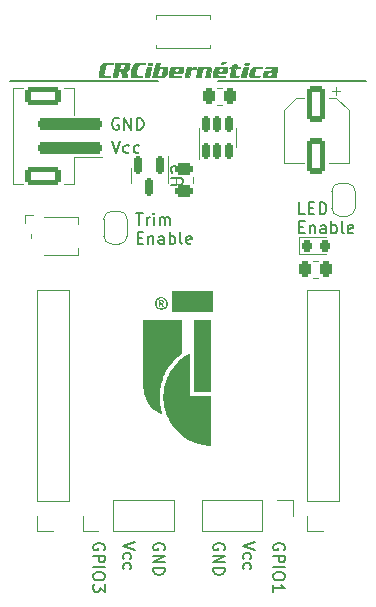
<source format=gbr>
%TF.GenerationSoftware,KiCad,Pcbnew,7.0.9*%
%TF.CreationDate,2024-03-26T06:33:17-07:00*%
%TF.ProjectId,cnft-tpl-esp32cam,636e6674-2d74-4706-9c2d-657370333263,rev?*%
%TF.SameCoordinates,Original*%
%TF.FileFunction,Legend,Top*%
%TF.FilePolarity,Positive*%
%FSLAX46Y46*%
G04 Gerber Fmt 4.6, Leading zero omitted, Abs format (unit mm)*
G04 Created by KiCad (PCBNEW 7.0.9) date 2024-03-26 06:33:17*
%MOMM*%
%LPD*%
G01*
G04 APERTURE LIST*
G04 Aperture macros list*
%AMRoundRect*
0 Rectangle with rounded corners*
0 $1 Rounding radius*
0 $2 $3 $4 $5 $6 $7 $8 $9 X,Y pos of 4 corners*
0 Add a 4 corners polygon primitive as box body*
4,1,4,$2,$3,$4,$5,$6,$7,$8,$9,$2,$3,0*
0 Add four circle primitives for the rounded corners*
1,1,$1+$1,$2,$3*
1,1,$1+$1,$4,$5*
1,1,$1+$1,$6,$7*
1,1,$1+$1,$8,$9*
0 Add four rect primitives between the rounded corners*
20,1,$1+$1,$2,$3,$4,$5,0*
20,1,$1+$1,$4,$5,$6,$7,0*
20,1,$1+$1,$6,$7,$8,$9,0*
20,1,$1+$1,$8,$9,$2,$3,0*%
%AMFreePoly0*
4,1,19,0.500000,-0.750000,0.000000,-0.750000,0.000000,-0.744911,-0.071157,-0.744911,-0.207708,-0.704816,-0.327430,-0.627875,-0.420627,-0.520320,-0.479746,-0.390866,-0.500000,-0.250000,-0.500000,0.250000,-0.479746,0.390866,-0.420627,0.520320,-0.327430,0.627875,-0.207708,0.704816,-0.071157,0.744911,0.000000,0.744911,0.000000,0.750000,0.500000,0.750000,0.500000,-0.750000,0.500000,-0.750000,
$1*%
%AMFreePoly1*
4,1,19,0.000000,0.744911,0.071157,0.744911,0.207708,0.704816,0.327430,0.627875,0.420627,0.520320,0.479746,0.390866,0.500000,0.250000,0.500000,-0.250000,0.479746,-0.390866,0.420627,-0.520320,0.327430,-0.627875,0.207708,-0.704816,0.071157,-0.744911,0.000000,-0.744911,0.000000,-0.750000,-0.500000,-0.750000,-0.500000,0.750000,0.000000,0.750000,0.000000,0.744911,0.000000,0.744911,
$1*%
G04 Aperture macros list end*
%ADD10C,0.200000*%
%ADD11C,0.170000*%
%ADD12C,0.150000*%
%ADD13C,0.120000*%
%ADD14C,0.010000*%
%ADD15R,0.900000X2.000000*%
%ADD16RoundRect,0.150000X-0.150000X0.587500X-0.150000X-0.587500X0.150000X-0.587500X0.150000X0.587500X0*%
%ADD17R,1.700000X1.700000*%
%ADD18O,1.700000X1.700000*%
%ADD19RoundRect,0.250000X-0.475000X0.250000X-0.475000X-0.250000X0.475000X-0.250000X0.475000X0.250000X0*%
%ADD20RoundRect,0.150000X0.150000X-0.512500X0.150000X0.512500X-0.150000X0.512500X-0.150000X-0.512500X0*%
%ADD21RoundRect,0.250000X2.500000X-0.250000X2.500000X0.250000X-2.500000X0.250000X-2.500000X-0.250000X0*%
%ADD22RoundRect,0.250000X1.250000X-0.550000X1.250000X0.550000X-1.250000X0.550000X-1.250000X-0.550000X0*%
%ADD23R,1.200000X1.200000*%
%ADD24R,1.500000X1.600000*%
%ADD25RoundRect,0.250000X-0.262500X-0.450000X0.262500X-0.450000X0.262500X0.450000X-0.262500X0.450000X0*%
%ADD26FreePoly0,90.000000*%
%ADD27FreePoly1,90.000000*%
%ADD28RoundRect,0.250000X0.262500X0.450000X-0.262500X0.450000X-0.262500X-0.450000X0.262500X-0.450000X0*%
%ADD29RoundRect,0.250000X-0.550000X1.250000X-0.550000X-1.250000X0.550000X-1.250000X0.550000X1.250000X0*%
%ADD30RoundRect,0.218750X-0.218750X-0.256250X0.218750X-0.256250X0.218750X0.256250X-0.218750X0.256250X0*%
G04 APERTURE END LIST*
D10*
X18093323Y45712823D02*
X30632400Y45712823D01*
X13013323Y45712823D02*
X482600Y45712823D01*
D11*
X18609601Y5984254D02*
X18657220Y6079492D01*
X18657220Y6079492D02*
X18657220Y6222349D01*
X18657220Y6222349D02*
X18609601Y6365206D01*
X18609601Y6365206D02*
X18514363Y6460444D01*
X18514363Y6460444D02*
X18419125Y6508063D01*
X18419125Y6508063D02*
X18228649Y6555682D01*
X18228649Y6555682D02*
X18085792Y6555682D01*
X18085792Y6555682D02*
X17895316Y6508063D01*
X17895316Y6508063D02*
X17800078Y6460444D01*
X17800078Y6460444D02*
X17704840Y6365206D01*
X17704840Y6365206D02*
X17657220Y6222349D01*
X17657220Y6222349D02*
X17657220Y6127111D01*
X17657220Y6127111D02*
X17704840Y5984254D01*
X17704840Y5984254D02*
X17752459Y5936635D01*
X17752459Y5936635D02*
X18085792Y5936635D01*
X18085792Y5936635D02*
X18085792Y6127111D01*
X17657220Y5508063D02*
X18657220Y5508063D01*
X18657220Y5508063D02*
X17657220Y4936635D01*
X17657220Y4936635D02*
X18657220Y4936635D01*
X17657220Y4460444D02*
X18657220Y4460444D01*
X18657220Y4460444D02*
X18657220Y4222349D01*
X18657220Y4222349D02*
X18609601Y4079492D01*
X18609601Y4079492D02*
X18514363Y3984254D01*
X18514363Y3984254D02*
X18419125Y3936635D01*
X18419125Y3936635D02*
X18228649Y3889016D01*
X18228649Y3889016D02*
X18085792Y3889016D01*
X18085792Y3889016D02*
X17895316Y3936635D01*
X17895316Y3936635D02*
X17800078Y3984254D01*
X17800078Y3984254D02*
X17704840Y4079492D01*
X17704840Y4079492D02*
X17657220Y4222349D01*
X17657220Y4222349D02*
X17657220Y4460444D01*
X23689601Y5984254D02*
X23737220Y6079492D01*
X23737220Y6079492D02*
X23737220Y6222349D01*
X23737220Y6222349D02*
X23689601Y6365206D01*
X23689601Y6365206D02*
X23594363Y6460444D01*
X23594363Y6460444D02*
X23499125Y6508063D01*
X23499125Y6508063D02*
X23308649Y6555682D01*
X23308649Y6555682D02*
X23165792Y6555682D01*
X23165792Y6555682D02*
X22975316Y6508063D01*
X22975316Y6508063D02*
X22880078Y6460444D01*
X22880078Y6460444D02*
X22784840Y6365206D01*
X22784840Y6365206D02*
X22737220Y6222349D01*
X22737220Y6222349D02*
X22737220Y6127111D01*
X22737220Y6127111D02*
X22784840Y5984254D01*
X22784840Y5984254D02*
X22832459Y5936635D01*
X22832459Y5936635D02*
X23165792Y5936635D01*
X23165792Y5936635D02*
X23165792Y6127111D01*
X22737220Y5508063D02*
X23737220Y5508063D01*
X23737220Y5508063D02*
X23737220Y5127111D01*
X23737220Y5127111D02*
X23689601Y5031873D01*
X23689601Y5031873D02*
X23641982Y4984254D01*
X23641982Y4984254D02*
X23546744Y4936635D01*
X23546744Y4936635D02*
X23403887Y4936635D01*
X23403887Y4936635D02*
X23308649Y4984254D01*
X23308649Y4984254D02*
X23261030Y5031873D01*
X23261030Y5031873D02*
X23213411Y5127111D01*
X23213411Y5127111D02*
X23213411Y5508063D01*
X22737220Y4508063D02*
X23737220Y4508063D01*
X23737220Y3841397D02*
X23737220Y3650921D01*
X23737220Y3650921D02*
X23689601Y3555683D01*
X23689601Y3555683D02*
X23594363Y3460445D01*
X23594363Y3460445D02*
X23403887Y3412826D01*
X23403887Y3412826D02*
X23070554Y3412826D01*
X23070554Y3412826D02*
X22880078Y3460445D01*
X22880078Y3460445D02*
X22784840Y3555683D01*
X22784840Y3555683D02*
X22737220Y3650921D01*
X22737220Y3650921D02*
X22737220Y3841397D01*
X22737220Y3841397D02*
X22784840Y3936635D01*
X22784840Y3936635D02*
X22880078Y4031873D01*
X22880078Y4031873D02*
X23070554Y4079492D01*
X23070554Y4079492D02*
X23403887Y4079492D01*
X23403887Y4079492D02*
X23594363Y4031873D01*
X23594363Y4031873D02*
X23689601Y3936635D01*
X23689601Y3936635D02*
X23737220Y3841397D01*
X22737220Y2460445D02*
X22737220Y3031873D01*
X22737220Y2746159D02*
X23737220Y2746159D01*
X23737220Y2746159D02*
X23594363Y2841397D01*
X23594363Y2841397D02*
X23499125Y2936635D01*
X23499125Y2936635D02*
X23451506Y3031873D01*
X9122480Y40602821D02*
X9455813Y39602821D01*
X9455813Y39602821D02*
X9789146Y40602821D01*
X10551051Y39650440D02*
X10455813Y39602821D01*
X10455813Y39602821D02*
X10265337Y39602821D01*
X10265337Y39602821D02*
X10170099Y39650440D01*
X10170099Y39650440D02*
X10122480Y39698060D01*
X10122480Y39698060D02*
X10074861Y39793298D01*
X10074861Y39793298D02*
X10074861Y40079012D01*
X10074861Y40079012D02*
X10122480Y40174250D01*
X10122480Y40174250D02*
X10170099Y40221869D01*
X10170099Y40221869D02*
X10265337Y40269488D01*
X10265337Y40269488D02*
X10455813Y40269488D01*
X10455813Y40269488D02*
X10551051Y40221869D01*
X11408194Y39650440D02*
X11312956Y39602821D01*
X11312956Y39602821D02*
X11122480Y39602821D01*
X11122480Y39602821D02*
X11027242Y39650440D01*
X11027242Y39650440D02*
X10979623Y39698060D01*
X10979623Y39698060D02*
X10932004Y39793298D01*
X10932004Y39793298D02*
X10932004Y40079012D01*
X10932004Y40079012D02*
X10979623Y40174250D01*
X10979623Y40174250D02*
X11027242Y40221869D01*
X11027242Y40221869D02*
X11122480Y40269488D01*
X11122480Y40269488D02*
X11312956Y40269488D01*
X11312956Y40269488D02*
X11408194Y40221869D01*
X25438727Y34405621D02*
X24962537Y34405621D01*
X24962537Y34405621D02*
X24962537Y35405621D01*
X25772061Y34929431D02*
X26105394Y34929431D01*
X26248251Y34405621D02*
X25772061Y34405621D01*
X25772061Y34405621D02*
X25772061Y35405621D01*
X25772061Y35405621D02*
X26248251Y35405621D01*
X26676823Y34405621D02*
X26676823Y35405621D01*
X26676823Y35405621D02*
X26914918Y35405621D01*
X26914918Y35405621D02*
X27057775Y35358002D01*
X27057775Y35358002D02*
X27153013Y35262764D01*
X27153013Y35262764D02*
X27200632Y35167526D01*
X27200632Y35167526D02*
X27248251Y34977050D01*
X27248251Y34977050D02*
X27248251Y34834193D01*
X27248251Y34834193D02*
X27200632Y34643717D01*
X27200632Y34643717D02*
X27153013Y34548479D01*
X27153013Y34548479D02*
X27057775Y34453240D01*
X27057775Y34453240D02*
X26914918Y34405621D01*
X26914918Y34405621D02*
X26676823Y34405621D01*
X24962537Y33319431D02*
X25295870Y33319431D01*
X25438727Y32795621D02*
X24962537Y32795621D01*
X24962537Y32795621D02*
X24962537Y33795621D01*
X24962537Y33795621D02*
X25438727Y33795621D01*
X25867299Y33462288D02*
X25867299Y32795621D01*
X25867299Y33367050D02*
X25914918Y33414669D01*
X25914918Y33414669D02*
X26010156Y33462288D01*
X26010156Y33462288D02*
X26153013Y33462288D01*
X26153013Y33462288D02*
X26248251Y33414669D01*
X26248251Y33414669D02*
X26295870Y33319431D01*
X26295870Y33319431D02*
X26295870Y32795621D01*
X27200632Y32795621D02*
X27200632Y33319431D01*
X27200632Y33319431D02*
X27153013Y33414669D01*
X27153013Y33414669D02*
X27057775Y33462288D01*
X27057775Y33462288D02*
X26867299Y33462288D01*
X26867299Y33462288D02*
X26772061Y33414669D01*
X27200632Y32843240D02*
X27105394Y32795621D01*
X27105394Y32795621D02*
X26867299Y32795621D01*
X26867299Y32795621D02*
X26772061Y32843240D01*
X26772061Y32843240D02*
X26724442Y32938479D01*
X26724442Y32938479D02*
X26724442Y33033717D01*
X26724442Y33033717D02*
X26772061Y33128955D01*
X26772061Y33128955D02*
X26867299Y33176574D01*
X26867299Y33176574D02*
X27105394Y33176574D01*
X27105394Y33176574D02*
X27200632Y33224193D01*
X27676823Y32795621D02*
X27676823Y33795621D01*
X27676823Y33414669D02*
X27772061Y33462288D01*
X27772061Y33462288D02*
X27962537Y33462288D01*
X27962537Y33462288D02*
X28057775Y33414669D01*
X28057775Y33414669D02*
X28105394Y33367050D01*
X28105394Y33367050D02*
X28153013Y33271812D01*
X28153013Y33271812D02*
X28153013Y32986098D01*
X28153013Y32986098D02*
X28105394Y32890860D01*
X28105394Y32890860D02*
X28057775Y32843240D01*
X28057775Y32843240D02*
X27962537Y32795621D01*
X27962537Y32795621D02*
X27772061Y32795621D01*
X27772061Y32795621D02*
X27676823Y32843240D01*
X28724442Y32795621D02*
X28629204Y32843240D01*
X28629204Y32843240D02*
X28581585Y32938479D01*
X28581585Y32938479D02*
X28581585Y33795621D01*
X29486347Y32843240D02*
X29391109Y32795621D01*
X29391109Y32795621D02*
X29200633Y32795621D01*
X29200633Y32795621D02*
X29105395Y32843240D01*
X29105395Y32843240D02*
X29057776Y32938479D01*
X29057776Y32938479D02*
X29057776Y33319431D01*
X29057776Y33319431D02*
X29105395Y33414669D01*
X29105395Y33414669D02*
X29200633Y33462288D01*
X29200633Y33462288D02*
X29391109Y33462288D01*
X29391109Y33462288D02*
X29486347Y33414669D01*
X29486347Y33414669D02*
X29533966Y33319431D01*
X29533966Y33319431D02*
X29533966Y33224193D01*
X29533966Y33224193D02*
X29057776Y33128955D01*
X21197220Y6650920D02*
X20197220Y6317587D01*
X20197220Y6317587D02*
X21197220Y5984254D01*
X20244840Y5222349D02*
X20197220Y5317587D01*
X20197220Y5317587D02*
X20197220Y5508063D01*
X20197220Y5508063D02*
X20244840Y5603301D01*
X20244840Y5603301D02*
X20292459Y5650920D01*
X20292459Y5650920D02*
X20387697Y5698539D01*
X20387697Y5698539D02*
X20673411Y5698539D01*
X20673411Y5698539D02*
X20768649Y5650920D01*
X20768649Y5650920D02*
X20816268Y5603301D01*
X20816268Y5603301D02*
X20863887Y5508063D01*
X20863887Y5508063D02*
X20863887Y5317587D01*
X20863887Y5317587D02*
X20816268Y5222349D01*
X20244840Y4365206D02*
X20197220Y4460444D01*
X20197220Y4460444D02*
X20197220Y4650920D01*
X20197220Y4650920D02*
X20244840Y4746158D01*
X20244840Y4746158D02*
X20292459Y4793777D01*
X20292459Y4793777D02*
X20387697Y4841396D01*
X20387697Y4841396D02*
X20673411Y4841396D01*
X20673411Y4841396D02*
X20768649Y4793777D01*
X20768649Y4793777D02*
X20816268Y4746158D01*
X20816268Y4746158D02*
X20863887Y4650920D01*
X20863887Y4650920D02*
X20863887Y4460444D01*
X20863887Y4460444D02*
X20816268Y4365206D01*
X11129080Y34491221D02*
X11700508Y34491221D01*
X11414794Y33491221D02*
X11414794Y34491221D01*
X12033842Y33491221D02*
X12033842Y34157888D01*
X12033842Y33967412D02*
X12081461Y34062650D01*
X12081461Y34062650D02*
X12129080Y34110269D01*
X12129080Y34110269D02*
X12224318Y34157888D01*
X12224318Y34157888D02*
X12319556Y34157888D01*
X12652890Y33491221D02*
X12652890Y34157888D01*
X12652890Y34491221D02*
X12605271Y34443602D01*
X12605271Y34443602D02*
X12652890Y34395983D01*
X12652890Y34395983D02*
X12700509Y34443602D01*
X12700509Y34443602D02*
X12652890Y34491221D01*
X12652890Y34491221D02*
X12652890Y34395983D01*
X13129080Y33491221D02*
X13129080Y34157888D01*
X13129080Y34062650D02*
X13176699Y34110269D01*
X13176699Y34110269D02*
X13271937Y34157888D01*
X13271937Y34157888D02*
X13414794Y34157888D01*
X13414794Y34157888D02*
X13510032Y34110269D01*
X13510032Y34110269D02*
X13557651Y34015031D01*
X13557651Y34015031D02*
X13557651Y33491221D01*
X13557651Y34015031D02*
X13605270Y34110269D01*
X13605270Y34110269D02*
X13700508Y34157888D01*
X13700508Y34157888D02*
X13843365Y34157888D01*
X13843365Y34157888D02*
X13938604Y34110269D01*
X13938604Y34110269D02*
X13986223Y34015031D01*
X13986223Y34015031D02*
X13986223Y33491221D01*
X11271937Y32405031D02*
X11605270Y32405031D01*
X11748127Y31881221D02*
X11271937Y31881221D01*
X11271937Y31881221D02*
X11271937Y32881221D01*
X11271937Y32881221D02*
X11748127Y32881221D01*
X12176699Y32547888D02*
X12176699Y31881221D01*
X12176699Y32452650D02*
X12224318Y32500269D01*
X12224318Y32500269D02*
X12319556Y32547888D01*
X12319556Y32547888D02*
X12462413Y32547888D01*
X12462413Y32547888D02*
X12557651Y32500269D01*
X12557651Y32500269D02*
X12605270Y32405031D01*
X12605270Y32405031D02*
X12605270Y31881221D01*
X13510032Y31881221D02*
X13510032Y32405031D01*
X13510032Y32405031D02*
X13462413Y32500269D01*
X13462413Y32500269D02*
X13367175Y32547888D01*
X13367175Y32547888D02*
X13176699Y32547888D01*
X13176699Y32547888D02*
X13081461Y32500269D01*
X13510032Y31928840D02*
X13414794Y31881221D01*
X13414794Y31881221D02*
X13176699Y31881221D01*
X13176699Y31881221D02*
X13081461Y31928840D01*
X13081461Y31928840D02*
X13033842Y32024079D01*
X13033842Y32024079D02*
X13033842Y32119317D01*
X13033842Y32119317D02*
X13081461Y32214555D01*
X13081461Y32214555D02*
X13176699Y32262174D01*
X13176699Y32262174D02*
X13414794Y32262174D01*
X13414794Y32262174D02*
X13510032Y32309793D01*
X13986223Y31881221D02*
X13986223Y32881221D01*
X13986223Y32500269D02*
X14081461Y32547888D01*
X14081461Y32547888D02*
X14271937Y32547888D01*
X14271937Y32547888D02*
X14367175Y32500269D01*
X14367175Y32500269D02*
X14414794Y32452650D01*
X14414794Y32452650D02*
X14462413Y32357412D01*
X14462413Y32357412D02*
X14462413Y32071698D01*
X14462413Y32071698D02*
X14414794Y31976460D01*
X14414794Y31976460D02*
X14367175Y31928840D01*
X14367175Y31928840D02*
X14271937Y31881221D01*
X14271937Y31881221D02*
X14081461Y31881221D01*
X14081461Y31881221D02*
X13986223Y31928840D01*
X15033842Y31881221D02*
X14938604Y31928840D01*
X14938604Y31928840D02*
X14890985Y32024079D01*
X14890985Y32024079D02*
X14890985Y32881221D01*
X15795747Y31928840D02*
X15700509Y31881221D01*
X15700509Y31881221D02*
X15510033Y31881221D01*
X15510033Y31881221D02*
X15414795Y31928840D01*
X15414795Y31928840D02*
X15367176Y32024079D01*
X15367176Y32024079D02*
X15367176Y32405031D01*
X15367176Y32405031D02*
X15414795Y32500269D01*
X15414795Y32500269D02*
X15510033Y32547888D01*
X15510033Y32547888D02*
X15700509Y32547888D01*
X15700509Y32547888D02*
X15795747Y32500269D01*
X15795747Y32500269D02*
X15843366Y32405031D01*
X15843366Y32405031D02*
X15843366Y32309793D01*
X15843366Y32309793D02*
X15367176Y32214555D01*
X8449601Y5984254D02*
X8497220Y6079492D01*
X8497220Y6079492D02*
X8497220Y6222349D01*
X8497220Y6222349D02*
X8449601Y6365206D01*
X8449601Y6365206D02*
X8354363Y6460444D01*
X8354363Y6460444D02*
X8259125Y6508063D01*
X8259125Y6508063D02*
X8068649Y6555682D01*
X8068649Y6555682D02*
X7925792Y6555682D01*
X7925792Y6555682D02*
X7735316Y6508063D01*
X7735316Y6508063D02*
X7640078Y6460444D01*
X7640078Y6460444D02*
X7544840Y6365206D01*
X7544840Y6365206D02*
X7497220Y6222349D01*
X7497220Y6222349D02*
X7497220Y6127111D01*
X7497220Y6127111D02*
X7544840Y5984254D01*
X7544840Y5984254D02*
X7592459Y5936635D01*
X7592459Y5936635D02*
X7925792Y5936635D01*
X7925792Y5936635D02*
X7925792Y6127111D01*
X7497220Y5508063D02*
X8497220Y5508063D01*
X8497220Y5508063D02*
X8497220Y5127111D01*
X8497220Y5127111D02*
X8449601Y5031873D01*
X8449601Y5031873D02*
X8401982Y4984254D01*
X8401982Y4984254D02*
X8306744Y4936635D01*
X8306744Y4936635D02*
X8163887Y4936635D01*
X8163887Y4936635D02*
X8068649Y4984254D01*
X8068649Y4984254D02*
X8021030Y5031873D01*
X8021030Y5031873D02*
X7973411Y5127111D01*
X7973411Y5127111D02*
X7973411Y5508063D01*
X7497220Y4508063D02*
X8497220Y4508063D01*
X8497220Y3841397D02*
X8497220Y3650921D01*
X8497220Y3650921D02*
X8449601Y3555683D01*
X8449601Y3555683D02*
X8354363Y3460445D01*
X8354363Y3460445D02*
X8163887Y3412826D01*
X8163887Y3412826D02*
X7830554Y3412826D01*
X7830554Y3412826D02*
X7640078Y3460445D01*
X7640078Y3460445D02*
X7544840Y3555683D01*
X7544840Y3555683D02*
X7497220Y3650921D01*
X7497220Y3650921D02*
X7497220Y3841397D01*
X7497220Y3841397D02*
X7544840Y3936635D01*
X7544840Y3936635D02*
X7640078Y4031873D01*
X7640078Y4031873D02*
X7830554Y4079492D01*
X7830554Y4079492D02*
X8163887Y4079492D01*
X8163887Y4079492D02*
X8354363Y4031873D01*
X8354363Y4031873D02*
X8449601Y3936635D01*
X8449601Y3936635D02*
X8497220Y3841397D01*
X8497220Y3079492D02*
X8497220Y2460445D01*
X8497220Y2460445D02*
X8116268Y2793778D01*
X8116268Y2793778D02*
X8116268Y2650921D01*
X8116268Y2650921D02*
X8068649Y2555683D01*
X8068649Y2555683D02*
X8021030Y2508064D01*
X8021030Y2508064D02*
X7925792Y2460445D01*
X7925792Y2460445D02*
X7687697Y2460445D01*
X7687697Y2460445D02*
X7592459Y2508064D01*
X7592459Y2508064D02*
X7544840Y2555683D01*
X7544840Y2555683D02*
X7497220Y2650921D01*
X7497220Y2650921D02*
X7497220Y2936635D01*
X7497220Y2936635D02*
X7544840Y3031873D01*
X7544840Y3031873D02*
X7592459Y3079492D01*
X11037220Y6650920D02*
X10037220Y6317587D01*
X10037220Y6317587D02*
X11037220Y5984254D01*
X10084840Y5222349D02*
X10037220Y5317587D01*
X10037220Y5317587D02*
X10037220Y5508063D01*
X10037220Y5508063D02*
X10084840Y5603301D01*
X10084840Y5603301D02*
X10132459Y5650920D01*
X10132459Y5650920D02*
X10227697Y5698539D01*
X10227697Y5698539D02*
X10513411Y5698539D01*
X10513411Y5698539D02*
X10608649Y5650920D01*
X10608649Y5650920D02*
X10656268Y5603301D01*
X10656268Y5603301D02*
X10703887Y5508063D01*
X10703887Y5508063D02*
X10703887Y5317587D01*
X10703887Y5317587D02*
X10656268Y5222349D01*
X10084840Y4365206D02*
X10037220Y4460444D01*
X10037220Y4460444D02*
X10037220Y4650920D01*
X10037220Y4650920D02*
X10084840Y4746158D01*
X10084840Y4746158D02*
X10132459Y4793777D01*
X10132459Y4793777D02*
X10227697Y4841396D01*
X10227697Y4841396D02*
X10513411Y4841396D01*
X10513411Y4841396D02*
X10608649Y4793777D01*
X10608649Y4793777D02*
X10656268Y4746158D01*
X10656268Y4746158D02*
X10703887Y4650920D01*
X10703887Y4650920D02*
X10703887Y4460444D01*
X10703887Y4460444D02*
X10656268Y4365206D01*
X9687546Y42511002D02*
X9592308Y42558621D01*
X9592308Y42558621D02*
X9449451Y42558621D01*
X9449451Y42558621D02*
X9306594Y42511002D01*
X9306594Y42511002D02*
X9211356Y42415764D01*
X9211356Y42415764D02*
X9163737Y42320526D01*
X9163737Y42320526D02*
X9116118Y42130050D01*
X9116118Y42130050D02*
X9116118Y41987193D01*
X9116118Y41987193D02*
X9163737Y41796717D01*
X9163737Y41796717D02*
X9211356Y41701479D01*
X9211356Y41701479D02*
X9306594Y41606240D01*
X9306594Y41606240D02*
X9449451Y41558621D01*
X9449451Y41558621D02*
X9544689Y41558621D01*
X9544689Y41558621D02*
X9687546Y41606240D01*
X9687546Y41606240D02*
X9735165Y41653860D01*
X9735165Y41653860D02*
X9735165Y41987193D01*
X9735165Y41987193D02*
X9544689Y41987193D01*
X10163737Y41558621D02*
X10163737Y42558621D01*
X10163737Y42558621D02*
X10735165Y41558621D01*
X10735165Y41558621D02*
X10735165Y42558621D01*
X11211356Y41558621D02*
X11211356Y42558621D01*
X11211356Y42558621D02*
X11449451Y42558621D01*
X11449451Y42558621D02*
X11592308Y42511002D01*
X11592308Y42511002D02*
X11687546Y42415764D01*
X11687546Y42415764D02*
X11735165Y42320526D01*
X11735165Y42320526D02*
X11782784Y42130050D01*
X11782784Y42130050D02*
X11782784Y41987193D01*
X11782784Y41987193D02*
X11735165Y41796717D01*
X11735165Y41796717D02*
X11687546Y41701479D01*
X11687546Y41701479D02*
X11592308Y41606240D01*
X11592308Y41606240D02*
X11449451Y41558621D01*
X11449451Y41558621D02*
X11211356Y41558621D01*
X13529601Y5984254D02*
X13577220Y6079492D01*
X13577220Y6079492D02*
X13577220Y6222349D01*
X13577220Y6222349D02*
X13529601Y6365206D01*
X13529601Y6365206D02*
X13434363Y6460444D01*
X13434363Y6460444D02*
X13339125Y6508063D01*
X13339125Y6508063D02*
X13148649Y6555682D01*
X13148649Y6555682D02*
X13005792Y6555682D01*
X13005792Y6555682D02*
X12815316Y6508063D01*
X12815316Y6508063D02*
X12720078Y6460444D01*
X12720078Y6460444D02*
X12624840Y6365206D01*
X12624840Y6365206D02*
X12577220Y6222349D01*
X12577220Y6222349D02*
X12577220Y6127111D01*
X12577220Y6127111D02*
X12624840Y5984254D01*
X12624840Y5984254D02*
X12672459Y5936635D01*
X12672459Y5936635D02*
X13005792Y5936635D01*
X13005792Y5936635D02*
X13005792Y6127111D01*
X12577220Y5508063D02*
X13577220Y5508063D01*
X13577220Y5508063D02*
X12577220Y4936635D01*
X12577220Y4936635D02*
X13577220Y4936635D01*
X12577220Y4460444D02*
X13577220Y4460444D01*
X13577220Y4460444D02*
X13577220Y4222349D01*
X13577220Y4222349D02*
X13529601Y4079492D01*
X13529601Y4079492D02*
X13434363Y3984254D01*
X13434363Y3984254D02*
X13339125Y3936635D01*
X13339125Y3936635D02*
X13148649Y3889016D01*
X13148649Y3889016D02*
X13005792Y3889016D01*
X13005792Y3889016D02*
X12815316Y3936635D01*
X12815316Y3936635D02*
X12720078Y3984254D01*
X12720078Y3984254D02*
X12624840Y4079492D01*
X12624840Y4079492D02*
X12577220Y4222349D01*
X12577220Y4222349D02*
X12577220Y4460444D01*
D12*
X14112819Y36908596D02*
X14922342Y36908596D01*
X14922342Y36908596D02*
X15017580Y36956215D01*
X15017580Y36956215D02*
X15065200Y37003834D01*
X15065200Y37003834D02*
X15112819Y37099072D01*
X15112819Y37099072D02*
X15112819Y37289548D01*
X15112819Y37289548D02*
X15065200Y37384786D01*
X15065200Y37384786D02*
X15017580Y37432405D01*
X15017580Y37432405D02*
X14922342Y37480024D01*
X14922342Y37480024D02*
X14112819Y37480024D01*
X14208057Y37908596D02*
X14160438Y37956215D01*
X14160438Y37956215D02*
X14112819Y38051453D01*
X14112819Y38051453D02*
X14112819Y38289548D01*
X14112819Y38289548D02*
X14160438Y38384786D01*
X14160438Y38384786D02*
X14208057Y38432405D01*
X14208057Y38432405D02*
X14303295Y38480024D01*
X14303295Y38480024D02*
X14398533Y38480024D01*
X14398533Y38480024D02*
X14541390Y38432405D01*
X14541390Y38432405D02*
X15112819Y37860977D01*
X15112819Y37860977D02*
X15112819Y38480024D01*
D13*
%TO.C,SW1*%
X17414200Y48460200D02*
X12867600Y48460200D01*
X17414200Y48742600D02*
X17414200Y48460200D01*
X17414200Y50952400D02*
X17414200Y51257200D01*
X17414200Y51257200D02*
X12867600Y51252400D01*
X12867600Y48460200D02*
X12867600Y48760200D01*
X12867600Y51252400D02*
X12867600Y50952400D01*
%TO.C,U2*%
X13818000Y37670500D02*
X13818000Y39345500D01*
X13818000Y37670500D02*
X13818000Y37020500D01*
X10698000Y37670500D02*
X10698000Y38320500D01*
X10698000Y37670500D02*
X10698000Y37020500D01*
%TO.C,J2*%
X5444800Y10150000D02*
X5444800Y27990000D01*
X5444800Y10150000D02*
X2784800Y10150000D01*
X5444800Y27990000D02*
X2784800Y27990000D01*
X4114800Y7550000D02*
X2784800Y7550000D01*
X2784800Y7550000D02*
X2784800Y8880000D01*
X2784800Y10150000D02*
X2784800Y27990000D01*
%TO.C,C1*%
X15975000Y37586252D02*
X15975000Y37063748D01*
X14505000Y37586252D02*
X14505000Y37063748D01*
%TO.C,U1*%
X16474000Y40913900D02*
X16474000Y39113900D01*
X16474000Y40913900D02*
X16474000Y41713900D01*
X19594000Y40913900D02*
X19594000Y40113900D01*
X19594000Y40913900D02*
X19594000Y41713900D01*
%TO.C,J3*%
X687400Y36946500D02*
X687400Y45116500D01*
X1537400Y36946500D02*
X687400Y36946500D01*
X5057400Y36946500D02*
X5907400Y36946500D01*
X5907400Y36946500D02*
X5907400Y39271500D01*
X5907400Y39271500D02*
X8297400Y39271500D01*
X687400Y45116500D02*
X1537400Y45116500D01*
X5057400Y45116500D02*
X5907400Y45116500D01*
X5907400Y45116500D02*
X5907400Y42791500D01*
%TO.C,RV1*%
X1715800Y34362800D02*
X1715800Y33662800D01*
X2215800Y32762800D02*
X2215800Y32362800D01*
X2415800Y34362800D02*
X1715800Y34362800D01*
X3315800Y34162800D02*
X6215800Y34162800D01*
X3315800Y30962800D02*
X6215800Y30962800D01*
X6215800Y34162800D02*
X6215800Y33562800D01*
X6215800Y30962800D02*
X6215800Y31562800D01*
%TO.C,R2*%
X26125936Y30478400D02*
X26580064Y30478400D01*
X26125936Y29008400D02*
X26580064Y29008400D01*
%TO.C,JP2*%
X9698000Y31874000D02*
X9098000Y31874000D01*
X8398000Y32574000D02*
X8398000Y33974000D01*
X10398000Y33974000D02*
X10398000Y32574000D01*
X9098000Y34674000D02*
X9698000Y34674000D01*
X8398000Y32574000D02*
G75*
G03*
X9098000Y31874000I699999J-1D01*
G01*
X9698000Y31874000D02*
G75*
G03*
X10398000Y32574000I1J699999D01*
G01*
X9098000Y34674000D02*
G75*
G03*
X8398000Y33974000I0J-700000D01*
G01*
X10398000Y33974000D02*
G75*
G03*
X9698000Y34674000I-700000J0D01*
G01*
%TO.C,J5*%
X6620000Y7560000D02*
X6620000Y8890000D01*
X7950000Y7560000D02*
X6620000Y7560000D01*
X9220000Y7560000D02*
X14360000Y7560000D01*
X9220000Y7560000D02*
X9220000Y10220000D01*
X14360000Y7560000D02*
X14360000Y10220000D01*
X9220000Y10220000D02*
X14360000Y10220000D01*
%TO.C,R1*%
X18452064Y43638800D02*
X17997936Y43638800D01*
X18452064Y45108800D02*
X17997936Y45108800D01*
%TO.C,G\u002A\u002A\u002A*%
D14*
X18741572Y47314619D02*
X18614572Y47207714D01*
X18528919Y47149105D01*
X18443296Y47110750D01*
X18374432Y47096600D01*
X18339057Y47110608D01*
X18345807Y47144214D01*
X18432065Y47256868D01*
X18535769Y47308730D01*
X18611124Y47315595D01*
X18741572Y47314619D01*
G36*
X18741572Y47314619D02*
G01*
X18614572Y47207714D01*
X18528919Y47149105D01*
X18443296Y47110750D01*
X18374432Y47096600D01*
X18339057Y47110608D01*
X18345807Y47144214D01*
X18432065Y47256868D01*
X18535769Y47308730D01*
X18611124Y47315595D01*
X18741572Y47314619D01*
G37*
X12453967Y47238756D02*
X12506885Y47216544D01*
X12511964Y47167648D01*
X12496547Y47119968D01*
X12456114Y47081706D01*
X12364420Y47064482D01*
X12296975Y47062572D01*
X12194754Y47068689D01*
X12130578Y47084297D01*
X12119429Y47095889D01*
X12136314Y47180611D01*
X12195325Y47227039D01*
X12308992Y47243550D01*
X12341025Y47244000D01*
X12453967Y47238756D01*
G36*
X12453967Y47238756D02*
G01*
X12506885Y47216544D01*
X12511964Y47167648D01*
X12496547Y47119968D01*
X12456114Y47081706D01*
X12364420Y47064482D01*
X12296975Y47062572D01*
X12194754Y47068689D01*
X12130578Y47084297D01*
X12119429Y47095889D01*
X12136314Y47180611D01*
X12195325Y47227039D01*
X12308992Y47243550D01*
X12341025Y47244000D01*
X12453967Y47238756D01*
G37*
X20685165Y47232319D02*
X20698745Y47202400D01*
X20692070Y47155019D01*
X20674405Y47099624D01*
X20635429Y47072243D01*
X20554521Y47063219D01*
X20494675Y47062572D01*
X20388159Y47065488D01*
X20336933Y47079812D01*
X20323778Y47113905D01*
X20326548Y47144214D01*
X20343106Y47193559D01*
X20387466Y47220385D01*
X20478749Y47233647D01*
X20523943Y47236662D01*
X20632439Y47241048D01*
X20685165Y47232319D01*
G36*
X20685165Y47232319D02*
G01*
X20698745Y47202400D01*
X20692070Y47155019D01*
X20674405Y47099624D01*
X20635429Y47072243D01*
X20554521Y47063219D01*
X20494675Y47062572D01*
X20388159Y47065488D01*
X20336933Y47079812D01*
X20323778Y47113905D01*
X20326548Y47144214D01*
X20343106Y47193559D01*
X20387466Y47220385D01*
X20478749Y47233647D01*
X20523943Y47236662D01*
X20632439Y47241048D01*
X20685165Y47232319D01*
G37*
X20523089Y46879076D02*
X20578769Y46864864D01*
X20604009Y46826493D01*
X20601936Y46751948D01*
X20575676Y46629214D01*
X20537714Y46482000D01*
X20502831Y46336440D01*
X20477224Y46205878D01*
X20465919Y46116290D01*
X20465765Y46110072D01*
X20461550Y46054029D01*
X20438156Y46024245D01*
X20378117Y46012428D01*
X20263966Y46010288D01*
X20255537Y46010286D01*
X20045930Y46010286D01*
X20151664Y46445714D01*
X20257398Y46881143D01*
X20433842Y46881143D01*
X20523089Y46879076D01*
G36*
X20523089Y46879076D02*
G01*
X20578769Y46864864D01*
X20604009Y46826493D01*
X20601936Y46751948D01*
X20575676Y46629214D01*
X20537714Y46482000D01*
X20502831Y46336440D01*
X20477224Y46205878D01*
X20465919Y46116290D01*
X20465765Y46110072D01*
X20461550Y46054029D01*
X20438156Y46024245D01*
X20378117Y46012428D01*
X20263966Y46010288D01*
X20255537Y46010286D01*
X20045930Y46010286D01*
X20151664Y46445714D01*
X20257398Y46881143D01*
X20433842Y46881143D01*
X20523089Y46879076D01*
G37*
X12373598Y46876965D02*
X12428063Y46862202D01*
X12435250Y46833100D01*
X12434212Y46830190D01*
X12418789Y46775229D01*
X12392345Y46666380D01*
X12358933Y46520747D01*
X12331103Y46394761D01*
X12247546Y46010286D01*
X12052255Y46010286D01*
X11940364Y46012436D01*
X11885217Y46023840D01*
X11871008Y46051930D01*
X11878633Y46091929D01*
X11895997Y46161596D01*
X11924938Y46282037D01*
X11960693Y46433318D01*
X11982650Y46527230D01*
X12065000Y46880889D01*
X12259382Y46881016D01*
X12373598Y46876965D01*
G36*
X12373598Y46876965D02*
G01*
X12428063Y46862202D01*
X12435250Y46833100D01*
X12434212Y46830190D01*
X12418789Y46775229D01*
X12392345Y46666380D01*
X12358933Y46520747D01*
X12331103Y46394761D01*
X12247546Y46010286D01*
X12052255Y46010286D01*
X11940364Y46012436D01*
X11885217Y46023840D01*
X11871008Y46051930D01*
X11878633Y46091929D01*
X11895997Y46161596D01*
X11924938Y46282037D01*
X11960693Y46433318D01*
X11982650Y46527230D01*
X12065000Y46880889D01*
X12259382Y46881016D01*
X12373598Y46876965D01*
G37*
X16173693Y46876961D02*
X16211433Y46854706D01*
X16214968Y46799814D01*
X16213053Y46781886D01*
X16199739Y46719819D01*
X16164726Y46693502D01*
X16086330Y46691343D01*
X16048407Y46693870D01*
X15918748Y46685735D01*
X15821815Y46633996D01*
X15750269Y46530342D01*
X15696772Y46366463D01*
X15677103Y46273357D01*
X15627502Y46010286D01*
X15429519Y46010286D01*
X15316632Y46012376D01*
X15260560Y46023504D01*
X15245569Y46050956D01*
X15253204Y46091929D01*
X15270569Y46161596D01*
X15299510Y46282037D01*
X15335264Y46433318D01*
X15357222Y46527230D01*
X15439572Y46880889D01*
X15610790Y46881016D01*
X15716024Y46876068D01*
X15761510Y46858280D01*
X15762531Y46830385D01*
X15760120Y46773572D01*
X15798886Y46759805D01*
X15859050Y46792742D01*
X15875775Y46809427D01*
X15976582Y46868539D01*
X16082606Y46881143D01*
X16173693Y46876961D01*
G36*
X16173693Y46876961D02*
G01*
X16211433Y46854706D01*
X16214968Y46799814D01*
X16213053Y46781886D01*
X16199739Y46719819D01*
X16164726Y46693502D01*
X16086330Y46691343D01*
X16048407Y46693870D01*
X15918748Y46685735D01*
X15821815Y46633996D01*
X15750269Y46530342D01*
X15696772Y46366463D01*
X15677103Y46273357D01*
X15627502Y46010286D01*
X15429519Y46010286D01*
X15316632Y46012376D01*
X15260560Y46023504D01*
X15245569Y46050956D01*
X15253204Y46091929D01*
X15270569Y46161596D01*
X15299510Y46282037D01*
X15335264Y46433318D01*
X15357222Y46527230D01*
X15439572Y46880889D01*
X15610790Y46881016D01*
X15716024Y46876068D01*
X15761510Y46858280D01*
X15762531Y46830385D01*
X15760120Y46773572D01*
X15798886Y46759805D01*
X15859050Y46792742D01*
X15875775Y46809427D01*
X15976582Y46868539D01*
X16082606Y46881143D01*
X16173693Y46876961D01*
G37*
X21586874Y46879499D02*
X21705531Y46873580D01*
X21774115Y46861905D01*
X21803848Y46842993D01*
X21807714Y46828241D01*
X21790637Y46799621D01*
X21731485Y46780825D01*
X21618383Y46769168D01*
X21526548Y46764741D01*
X21245382Y46754143D01*
X21196926Y46609000D01*
X21163810Y46474327D01*
X21143940Y46327246D01*
X21142450Y46300571D01*
X21136429Y46137286D01*
X21383810Y46126501D01*
X21526200Y46115426D01*
X21601690Y46096848D01*
X21616710Y46072072D01*
X21575374Y46049003D01*
X21467225Y46032080D01*
X21289937Y46021001D01*
X21202360Y46018219D01*
X21019075Y46015363D01*
X20894905Y46018817D01*
X20816557Y46029970D01*
X20770743Y46050213D01*
X20755203Y46064987D01*
X20733984Y46105780D01*
X20729780Y46168050D01*
X20743529Y46267960D01*
X20775764Y46419910D01*
X20820859Y46600581D01*
X20868858Y46726728D01*
X20933102Y46808099D01*
X21026929Y46854442D01*
X21163681Y46875507D01*
X21356698Y46881041D01*
X21406922Y46881143D01*
X21586874Y46879499D01*
G36*
X21586874Y46879499D02*
G01*
X21705531Y46873580D01*
X21774115Y46861905D01*
X21803848Y46842993D01*
X21807714Y46828241D01*
X21790637Y46799621D01*
X21731485Y46780825D01*
X21618383Y46769168D01*
X21526548Y46764741D01*
X21245382Y46754143D01*
X21196926Y46609000D01*
X21163810Y46474327D01*
X21143940Y46327246D01*
X21142450Y46300571D01*
X21136429Y46137286D01*
X21383810Y46126501D01*
X21526200Y46115426D01*
X21601690Y46096848D01*
X21616710Y46072072D01*
X21575374Y46049003D01*
X21467225Y46032080D01*
X21289937Y46021001D01*
X21202360Y46018219D01*
X21019075Y46015363D01*
X20894905Y46018817D01*
X20816557Y46029970D01*
X20770743Y46050213D01*
X20755203Y46064987D01*
X20733984Y46105780D01*
X20729780Y46168050D01*
X20743529Y46267960D01*
X20775764Y46419910D01*
X20820859Y46600581D01*
X20868858Y46726728D01*
X20933102Y46808099D01*
X21026929Y46854442D01*
X21163681Y46875507D01*
X21356698Y46881041D01*
X21406922Y46881143D01*
X21586874Y46879499D01*
G37*
X16701618Y46871819D02*
X16767056Y46846417D01*
X16774584Y46835786D01*
X16798813Y46808625D01*
X16839293Y46835786D01*
X16897831Y46857673D01*
X17005057Y46873085D01*
X17137300Y46881090D01*
X17270890Y46880758D01*
X17382156Y46871157D01*
X17432318Y46859118D01*
X17474986Y46807741D01*
X17488023Y46696336D01*
X17471410Y46522822D01*
X17426562Y46291500D01*
X17363374Y46010286D01*
X17170099Y46010286D01*
X17058398Y46013370D01*
X17003992Y46026305D01*
X16991737Y46054612D01*
X16995923Y46073786D01*
X17032038Y46208634D01*
X17065506Y46358969D01*
X17092805Y46505196D01*
X17110415Y46627719D01*
X17114815Y46706944D01*
X17112317Y46721553D01*
X17072554Y46757878D01*
X16982791Y46767576D01*
X16936689Y46765317D01*
X16836889Y46752424D01*
X16782579Y46719036D01*
X16746675Y46644550D01*
X16735927Y46612592D01*
X16703608Y46497882D01*
X16668445Y46349596D01*
X16646009Y46240663D01*
X16602307Y46010286D01*
X16406779Y46010286D01*
X16294799Y46012431D01*
X16239568Y46023811D01*
X16225286Y46051846D01*
X16232905Y46091929D01*
X16249983Y46161687D01*
X16278149Y46282306D01*
X16312768Y46433797D01*
X16333849Y46527357D01*
X16413139Y46881143D01*
X16585546Y46881143D01*
X16701618Y46871819D01*
G36*
X16701618Y46871819D02*
G01*
X16767056Y46846417D01*
X16774584Y46835786D01*
X16798813Y46808625D01*
X16839293Y46835786D01*
X16897831Y46857673D01*
X17005057Y46873085D01*
X17137300Y46881090D01*
X17270890Y46880758D01*
X17382156Y46871157D01*
X17432318Y46859118D01*
X17474986Y46807741D01*
X17488023Y46696336D01*
X17471410Y46522822D01*
X17426562Y46291500D01*
X17363374Y46010286D01*
X17170099Y46010286D01*
X17058398Y46013370D01*
X17003992Y46026305D01*
X16991737Y46054612D01*
X16995923Y46073786D01*
X17032038Y46208634D01*
X17065506Y46358969D01*
X17092805Y46505196D01*
X17110415Y46627719D01*
X17114815Y46706944D01*
X17112317Y46721553D01*
X17072554Y46757878D01*
X16982791Y46767576D01*
X16936689Y46765317D01*
X16836889Y46752424D01*
X16782579Y46719036D01*
X16746675Y46644550D01*
X16735927Y46612592D01*
X16703608Y46497882D01*
X16668445Y46349596D01*
X16646009Y46240663D01*
X16602307Y46010286D01*
X16406779Y46010286D01*
X16294799Y46012431D01*
X16239568Y46023811D01*
X16225286Y46051846D01*
X16232905Y46091929D01*
X16249983Y46161687D01*
X16278149Y46282306D01*
X16312768Y46433797D01*
X16333849Y46527357D01*
X16413139Y46881143D01*
X16585546Y46881143D01*
X16701618Y46871819D01*
G37*
X19619360Y47094920D02*
X19658295Y47073649D01*
X19662689Y47020855D01*
X19660383Y46999071D01*
X19658283Y46938902D01*
X19682160Y46907788D01*
X19749671Y46893713D01*
X19823401Y46888131D01*
X19937337Y46871055D01*
X19982780Y46843478D01*
X19961677Y46812367D01*
X19875971Y46784688D01*
X19791049Y46772286D01*
X19612440Y46754143D01*
X19551838Y46536429D01*
X19518522Y46402377D01*
X19495308Y46281849D01*
X19488332Y46218929D01*
X19491134Y46160192D01*
X19516152Y46130665D01*
X19581614Y46120328D01*
X19669881Y46119143D01*
X19785178Y46113143D01*
X19836442Y46093776D01*
X19839303Y46073786D01*
X19796462Y46047216D01*
X19701146Y46028238D01*
X19573085Y46017178D01*
X19432013Y46014365D01*
X19297659Y46020127D01*
X19189757Y46034791D01*
X19128036Y46058686D01*
X19124896Y46061914D01*
X19105284Y46103714D01*
X19103486Y46171465D01*
X19120619Y46280432D01*
X19150935Y46416988D01*
X19181527Y46556833D01*
X19201581Y46669110D01*
X19208033Y46735714D01*
X19206410Y46745072D01*
X19161655Y46767790D01*
X19120430Y46772286D01*
X19062793Y46795529D01*
X19050000Y46826714D01*
X19082455Y46869926D01*
X19158857Y46881143D01*
X19243837Y46896714D01*
X19267714Y46932980D01*
X19300620Y47016789D01*
X19389188Y47075301D01*
X19518197Y47098776D01*
X19526903Y47098857D01*
X19619360Y47094920D01*
G36*
X19619360Y47094920D02*
G01*
X19658295Y47073649D01*
X19662689Y47020855D01*
X19660383Y46999071D01*
X19658283Y46938902D01*
X19682160Y46907788D01*
X19749671Y46893713D01*
X19823401Y46888131D01*
X19937337Y46871055D01*
X19982780Y46843478D01*
X19961677Y46812367D01*
X19875971Y46784688D01*
X19791049Y46772286D01*
X19612440Y46754143D01*
X19551838Y46536429D01*
X19518522Y46402377D01*
X19495308Y46281849D01*
X19488332Y46218929D01*
X19491134Y46160192D01*
X19516152Y46130665D01*
X19581614Y46120328D01*
X19669881Y46119143D01*
X19785178Y46113143D01*
X19836442Y46093776D01*
X19839303Y46073786D01*
X19796462Y46047216D01*
X19701146Y46028238D01*
X19573085Y46017178D01*
X19432013Y46014365D01*
X19297659Y46020127D01*
X19189757Y46034791D01*
X19128036Y46058686D01*
X19124896Y46061914D01*
X19105284Y46103714D01*
X19103486Y46171465D01*
X19120619Y46280432D01*
X19150935Y46416988D01*
X19181527Y46556833D01*
X19201581Y46669110D01*
X19208033Y46735714D01*
X19206410Y46745072D01*
X19161655Y46767790D01*
X19120430Y46772286D01*
X19062793Y46795529D01*
X19050000Y46826714D01*
X19082455Y46869926D01*
X19158857Y46881143D01*
X19243837Y46896714D01*
X19267714Y46932980D01*
X19300620Y47016789D01*
X19389188Y47075301D01*
X19518197Y47098776D01*
X19526903Y47098857D01*
X19619360Y47094920D01*
G37*
X11708511Y47242707D02*
X11814582Y47237535D01*
X11871467Y47226547D01*
X11890844Y47207804D01*
X11887454Y47186604D01*
X11868103Y47123274D01*
X11865511Y47104961D01*
X11832391Y47094629D01*
X11745095Y47090116D01*
X11621849Y47092287D01*
X11609824Y47092829D01*
X11454193Y47093576D01*
X11344959Y47080296D01*
X11303795Y47063231D01*
X11271288Y47008488D01*
X11233188Y46902978D01*
X11193401Y46764051D01*
X11155829Y46609057D01*
X11124378Y46455344D01*
X11102953Y46320263D01*
X11095457Y46221162D01*
X11104266Y46176635D01*
X11158863Y46157551D01*
X11265468Y46145104D01*
X11403646Y46141606D01*
X11412747Y46141735D01*
X11549239Y46142728D01*
X11626217Y46137689D01*
X11656696Y46123064D01*
X11653692Y46095299D01*
X11645241Y46078235D01*
X11622592Y46049155D01*
X11582917Y46029713D01*
X11513195Y46018021D01*
X11400400Y46012194D01*
X11231508Y46010347D01*
X11176000Y46010286D01*
X10990783Y46011303D01*
X10864974Y46015677D01*
X10785424Y46025392D01*
X10738982Y46042433D01*
X10712498Y46068783D01*
X10705097Y46081342D01*
X10690722Y46140019D01*
X10694852Y46236980D01*
X10718566Y46384040D01*
X10744039Y46507699D01*
X10800679Y46754988D01*
X10855154Y46939771D01*
X10917286Y47071115D01*
X10996897Y47158089D01*
X11103809Y47209759D01*
X11247844Y47235195D01*
X11438824Y47243464D01*
X11541574Y47244000D01*
X11708511Y47242707D01*
G36*
X11708511Y47242707D02*
G01*
X11814582Y47237535D01*
X11871467Y47226547D01*
X11890844Y47207804D01*
X11887454Y47186604D01*
X11868103Y47123274D01*
X11865511Y47104961D01*
X11832391Y47094629D01*
X11745095Y47090116D01*
X11621849Y47092287D01*
X11609824Y47092829D01*
X11454193Y47093576D01*
X11344959Y47080296D01*
X11303795Y47063231D01*
X11271288Y47008488D01*
X11233188Y46902978D01*
X11193401Y46764051D01*
X11155829Y46609057D01*
X11124378Y46455344D01*
X11102953Y46320263D01*
X11095457Y46221162D01*
X11104266Y46176635D01*
X11158863Y46157551D01*
X11265468Y46145104D01*
X11403646Y46141606D01*
X11412747Y46141735D01*
X11549239Y46142728D01*
X11626217Y46137689D01*
X11656696Y46123064D01*
X11653692Y46095299D01*
X11645241Y46078235D01*
X11622592Y46049155D01*
X11582917Y46029713D01*
X11513195Y46018021D01*
X11400400Y46012194D01*
X11231508Y46010347D01*
X11176000Y46010286D01*
X10990783Y46011303D01*
X10864974Y46015677D01*
X10785424Y46025392D01*
X10738982Y46042433D01*
X10712498Y46068783D01*
X10705097Y46081342D01*
X10690722Y46140019D01*
X10694852Y46236980D01*
X10718566Y46384040D01*
X10744039Y46507699D01*
X10800679Y46754988D01*
X10855154Y46939771D01*
X10917286Y47071115D01*
X10996897Y47158089D01*
X11103809Y47209759D01*
X11247844Y47235195D01*
X11438824Y47243464D01*
X11541574Y47244000D01*
X11708511Y47242707D01*
G37*
X8983910Y47243236D02*
X9088735Y47238938D01*
X9147541Y47228102D01*
X9173606Y47207721D01*
X9180203Y47174789D01*
X9180370Y47162357D01*
X9176106Y47120435D01*
X9152892Y47096914D01*
X9095258Y47087582D01*
X8987735Y47088224D01*
X8917299Y47090708D01*
X8781103Y47091471D01*
X8670569Y47084069D01*
X8608292Y47070085D01*
X8606357Y47068923D01*
X8577809Y47021654D01*
X8539798Y46921392D01*
X8497323Y46786259D01*
X8455381Y46634377D01*
X8418971Y46483869D01*
X8393092Y46352858D01*
X8382742Y46259465D01*
X8382728Y46258097D01*
X8396620Y46184814D01*
X8453796Y46147064D01*
X8492319Y46136965D01*
X8594797Y46127584D01*
X8727286Y46131704D01*
X8788082Y46138240D01*
X8895637Y46150590D01*
X8946738Y46146699D01*
X8956343Y46123232D01*
X8949907Y46102191D01*
X8929756Y46042398D01*
X8926286Y46025461D01*
X8892898Y46014219D01*
X8803892Y46008034D01*
X8676007Y46006379D01*
X8525981Y46008727D01*
X8370553Y46014549D01*
X8226462Y46023318D01*
X8110446Y46034507D01*
X8039243Y46047587D01*
X8026400Y46053829D01*
X7994418Y46114243D01*
X7986819Y46213263D01*
X8004234Y46359444D01*
X8047294Y46561344D01*
X8070720Y46655264D01*
X8130722Y46872759D01*
X8190138Y47028998D01*
X8261775Y47134049D01*
X8358444Y47197979D01*
X8492955Y47230857D01*
X8678117Y47242749D01*
X8819791Y47244000D01*
X8983910Y47243236D01*
G36*
X8983910Y47243236D02*
G01*
X9088735Y47238938D01*
X9147541Y47228102D01*
X9173606Y47207721D01*
X9180203Y47174789D01*
X9180370Y47162357D01*
X9176106Y47120435D01*
X9152892Y47096914D01*
X9095258Y47087582D01*
X8987735Y47088224D01*
X8917299Y47090708D01*
X8781103Y47091471D01*
X8670569Y47084069D01*
X8608292Y47070085D01*
X8606357Y47068923D01*
X8577809Y47021654D01*
X8539798Y46921392D01*
X8497323Y46786259D01*
X8455381Y46634377D01*
X8418971Y46483869D01*
X8393092Y46352858D01*
X8382742Y46259465D01*
X8382728Y46258097D01*
X8396620Y46184814D01*
X8453796Y46147064D01*
X8492319Y46136965D01*
X8594797Y46127584D01*
X8727286Y46131704D01*
X8788082Y46138240D01*
X8895637Y46150590D01*
X8946738Y46146699D01*
X8956343Y46123232D01*
X8949907Y46102191D01*
X8929756Y46042398D01*
X8926286Y46025461D01*
X8892898Y46014219D01*
X8803892Y46008034D01*
X8676007Y46006379D01*
X8525981Y46008727D01*
X8370553Y46014549D01*
X8226462Y46023318D01*
X8110446Y46034507D01*
X8039243Y46047587D01*
X8026400Y46053829D01*
X7994418Y46114243D01*
X7986819Y46213263D01*
X8004234Y46359444D01*
X8047294Y46561344D01*
X8070720Y46655264D01*
X8130722Y46872759D01*
X8190138Y47028998D01*
X8261775Y47134049D01*
X8358444Y47197979D01*
X8492955Y47230857D01*
X8678117Y47242749D01*
X8819791Y47244000D01*
X8983910Y47243236D01*
G37*
X13087586Y47242379D02*
X13156539Y47238426D01*
X13171284Y47234929D01*
X13162516Y47197929D01*
X13140318Y47111808D01*
X13118192Y47027973D01*
X13087655Y46897186D01*
X13084562Y46826653D01*
X13111149Y46808577D01*
X13169650Y46835161D01*
X13172872Y46837159D01*
X13247482Y46860318D01*
X13367196Y46875354D01*
X13504894Y46881200D01*
X13633451Y46876791D01*
X13725746Y46861059D01*
X13731175Y46859118D01*
X13774412Y46811218D01*
X13786003Y46709945D01*
X13765942Y46550954D01*
X13730456Y46392556D01*
X13680463Y46221726D01*
X13622847Y46110544D01*
X13541813Y46046551D01*
X13421565Y46017285D01*
X13246309Y46010286D01*
X13245896Y46010286D01*
X13078226Y46015521D01*
X12978418Y46031624D01*
X12943417Y46055643D01*
X12919187Y46082804D01*
X12878707Y46055643D01*
X12823087Y46031185D01*
X12733649Y46015596D01*
X12636018Y46010166D01*
X12555817Y46016184D01*
X12518671Y46034941D01*
X12518311Y46037500D01*
X12526027Y46080293D01*
X12547547Y46181448D01*
X12550444Y46194528D01*
X12944793Y46194528D01*
X12969410Y46143028D01*
X13030491Y46124511D01*
X13129291Y46126375D01*
X13297307Y46137286D01*
X13361112Y46409429D01*
X13389647Y46545439D01*
X13406823Y46656524D01*
X13409538Y46721813D01*
X13408312Y46726929D01*
X13363822Y46756765D01*
X13273190Y46771730D01*
X13249868Y46772286D01*
X13156186Y46765745D01*
X13092258Y46737156D01*
X13047062Y46673065D01*
X13009575Y46560022D01*
X12982276Y46445714D01*
X12950970Y46291320D01*
X12944793Y46194528D01*
X12550444Y46194528D01*
X12580157Y46328659D01*
X12621141Y46509624D01*
X12654382Y46654217D01*
X12790715Y47243719D01*
X12981215Y47243860D01*
X13087586Y47242379D01*
G36*
X13087586Y47242379D02*
G01*
X13156539Y47238426D01*
X13171284Y47234929D01*
X13162516Y47197929D01*
X13140318Y47111808D01*
X13118192Y47027973D01*
X13087655Y46897186D01*
X13084562Y46826653D01*
X13111149Y46808577D01*
X13169650Y46835161D01*
X13172872Y46837159D01*
X13247482Y46860318D01*
X13367196Y46875354D01*
X13504894Y46881200D01*
X13633451Y46876791D01*
X13725746Y46861059D01*
X13731175Y46859118D01*
X13774412Y46811218D01*
X13786003Y46709945D01*
X13765942Y46550954D01*
X13730456Y46392556D01*
X13680463Y46221726D01*
X13622847Y46110544D01*
X13541813Y46046551D01*
X13421565Y46017285D01*
X13246309Y46010286D01*
X13245896Y46010286D01*
X13078226Y46015521D01*
X12978418Y46031624D01*
X12943417Y46055643D01*
X12919187Y46082804D01*
X12878707Y46055643D01*
X12823087Y46031185D01*
X12733649Y46015596D01*
X12636018Y46010166D01*
X12555817Y46016184D01*
X12518671Y46034941D01*
X12518311Y46037500D01*
X12526027Y46080293D01*
X12547547Y46181448D01*
X12550444Y46194528D01*
X12944793Y46194528D01*
X12969410Y46143028D01*
X13030491Y46124511D01*
X13129291Y46126375D01*
X13297307Y46137286D01*
X13361112Y46409429D01*
X13389647Y46545439D01*
X13406823Y46656524D01*
X13409538Y46721813D01*
X13408312Y46726929D01*
X13363822Y46756765D01*
X13273190Y46771730D01*
X13249868Y46772286D01*
X13156186Y46765745D01*
X13092258Y46737156D01*
X13047062Y46673065D01*
X13009575Y46560022D01*
X12982276Y46445714D01*
X12950970Y46291320D01*
X12944793Y46194528D01*
X12550444Y46194528D01*
X12580157Y46328659D01*
X12621141Y46509624D01*
X12654382Y46654217D01*
X12790715Y47243719D01*
X12981215Y47243860D01*
X13087586Y47242379D01*
G37*
X14609571Y46873690D02*
X14640511Y46873067D01*
X15113000Y46863000D01*
X15124215Y46765980D01*
X15121909Y46667441D01*
X15101997Y46546688D01*
X15095602Y46521051D01*
X15055774Y46373143D01*
X14680405Y46373143D01*
X14510220Y46371869D01*
X14399171Y46366514D01*
X14333845Y46354776D01*
X14300828Y46334354D01*
X14287406Y46305725D01*
X14278242Y46225003D01*
X14306696Y46170556D01*
X14381859Y46137832D01*
X14512820Y46122280D01*
X14660093Y46119143D01*
X14815403Y46117408D01*
X14910132Y46110771D01*
X14956216Y46097087D01*
X14965593Y46074210D01*
X14962836Y46064714D01*
X14942346Y46042322D01*
X14893793Y46026818D01*
X14806378Y46017068D01*
X14669302Y46011940D01*
X14471766Y46010302D01*
X14443880Y46010286D01*
X14260635Y46011959D01*
X14104102Y46016549D01*
X13988255Y46023406D01*
X13927068Y46031885D01*
X13921619Y46034476D01*
X13901613Y46097644D01*
X13903850Y46209378D01*
X13924042Y46350695D01*
X13957903Y46502615D01*
X13978953Y46572495D01*
X14351477Y46572495D01*
X14352606Y46515920D01*
X14353576Y46514118D01*
X14398535Y46495375D01*
X14490574Y46483803D01*
X14549830Y46482000D01*
X14656584Y46485418D01*
X14712510Y46503470D01*
X14739292Y46547857D01*
X14749949Y46589972D01*
X14760590Y46690596D01*
X14729274Y46746637D01*
X14644658Y46769594D01*
X14570123Y46772286D01*
X14468856Y46767000D01*
X14414305Y46741337D01*
X14380835Y46680589D01*
X14373127Y46659261D01*
X14351477Y46572495D01*
X13978953Y46572495D01*
X14001142Y46646155D01*
X14049474Y46762333D01*
X14098609Y46832167D01*
X14102510Y46835230D01*
X14155742Y46856516D01*
X14251680Y46869577D01*
X14399798Y46875079D01*
X14609571Y46873690D01*
G36*
X14609571Y46873690D02*
G01*
X14640511Y46873067D01*
X15113000Y46863000D01*
X15124215Y46765980D01*
X15121909Y46667441D01*
X15101997Y46546688D01*
X15095602Y46521051D01*
X15055774Y46373143D01*
X14680405Y46373143D01*
X14510220Y46371869D01*
X14399171Y46366514D01*
X14333845Y46354776D01*
X14300828Y46334354D01*
X14287406Y46305725D01*
X14278242Y46225003D01*
X14306696Y46170556D01*
X14381859Y46137832D01*
X14512820Y46122280D01*
X14660093Y46119143D01*
X14815403Y46117408D01*
X14910132Y46110771D01*
X14956216Y46097087D01*
X14965593Y46074210D01*
X14962836Y46064714D01*
X14942346Y46042322D01*
X14893793Y46026818D01*
X14806378Y46017068D01*
X14669302Y46011940D01*
X14471766Y46010302D01*
X14443880Y46010286D01*
X14260635Y46011959D01*
X14104102Y46016549D01*
X13988255Y46023406D01*
X13927068Y46031885D01*
X13921619Y46034476D01*
X13901613Y46097644D01*
X13903850Y46209378D01*
X13924042Y46350695D01*
X13957903Y46502615D01*
X13978953Y46572495D01*
X14351477Y46572495D01*
X14352606Y46515920D01*
X14353576Y46514118D01*
X14398535Y46495375D01*
X14490574Y46483803D01*
X14549830Y46482000D01*
X14656584Y46485418D01*
X14712510Y46503470D01*
X14739292Y46547857D01*
X14749949Y46589972D01*
X14760590Y46690596D01*
X14729274Y46746637D01*
X14644658Y46769594D01*
X14570123Y46772286D01*
X14468856Y46767000D01*
X14414305Y46741337D01*
X14380835Y46680589D01*
X14373127Y46659261D01*
X14351477Y46572495D01*
X13978953Y46572495D01*
X14001142Y46646155D01*
X14049474Y46762333D01*
X14098609Y46832167D01*
X14102510Y46835230D01*
X14155742Y46856516D01*
X14251680Y46869577D01*
X14399798Y46875079D01*
X14609571Y46873690D01*
G37*
X18347000Y46873690D02*
X18377940Y46873067D01*
X18850429Y46863000D01*
X18861644Y46765980D01*
X18859337Y46667441D01*
X18839426Y46546688D01*
X18833031Y46521051D01*
X18793203Y46373143D01*
X18417834Y46373143D01*
X18247649Y46371869D01*
X18136600Y46366514D01*
X18071273Y46354776D01*
X18038256Y46334354D01*
X18024834Y46305725D01*
X18015671Y46225003D01*
X18044125Y46170556D01*
X18119287Y46137832D01*
X18250248Y46122280D01*
X18397522Y46119143D01*
X18552832Y46117408D01*
X18647560Y46110771D01*
X18693645Y46097087D01*
X18703022Y46074210D01*
X18700265Y46064714D01*
X18679774Y46042322D01*
X18631221Y46026818D01*
X18543806Y46017068D01*
X18406730Y46011940D01*
X18209194Y46010302D01*
X18181309Y46010286D01*
X17998063Y46011959D01*
X17841531Y46016549D01*
X17725684Y46023406D01*
X17664497Y46031885D01*
X17659048Y46034476D01*
X17639041Y46097644D01*
X17641278Y46209378D01*
X17661471Y46350695D01*
X17695331Y46502615D01*
X17716381Y46572495D01*
X18088906Y46572495D01*
X18090035Y46515920D01*
X18091005Y46514118D01*
X18135963Y46495375D01*
X18228003Y46483803D01*
X18287259Y46482000D01*
X18394013Y46485418D01*
X18449939Y46503470D01*
X18476720Y46547857D01*
X18487377Y46589972D01*
X18498018Y46690596D01*
X18466702Y46746637D01*
X18382086Y46769594D01*
X18307551Y46772286D01*
X18206285Y46767000D01*
X18151734Y46741337D01*
X18118263Y46680589D01*
X18110556Y46659261D01*
X18088906Y46572495D01*
X17716381Y46572495D01*
X17738571Y46646155D01*
X17786902Y46762333D01*
X17836037Y46832167D01*
X17839938Y46835230D01*
X17893170Y46856516D01*
X17989108Y46869577D01*
X18137226Y46875079D01*
X18347000Y46873690D01*
G36*
X18347000Y46873690D02*
G01*
X18377940Y46873067D01*
X18850429Y46863000D01*
X18861644Y46765980D01*
X18859337Y46667441D01*
X18839426Y46546688D01*
X18833031Y46521051D01*
X18793203Y46373143D01*
X18417834Y46373143D01*
X18247649Y46371869D01*
X18136600Y46366514D01*
X18071273Y46354776D01*
X18038256Y46334354D01*
X18024834Y46305725D01*
X18015671Y46225003D01*
X18044125Y46170556D01*
X18119287Y46137832D01*
X18250248Y46122280D01*
X18397522Y46119143D01*
X18552832Y46117408D01*
X18647560Y46110771D01*
X18693645Y46097087D01*
X18703022Y46074210D01*
X18700265Y46064714D01*
X18679774Y46042322D01*
X18631221Y46026818D01*
X18543806Y46017068D01*
X18406730Y46011940D01*
X18209194Y46010302D01*
X18181309Y46010286D01*
X17998063Y46011959D01*
X17841531Y46016549D01*
X17725684Y46023406D01*
X17664497Y46031885D01*
X17659048Y46034476D01*
X17639041Y46097644D01*
X17641278Y46209378D01*
X17661471Y46350695D01*
X17695331Y46502615D01*
X17716381Y46572495D01*
X18088906Y46572495D01*
X18090035Y46515920D01*
X18091005Y46514118D01*
X18135963Y46495375D01*
X18228003Y46483803D01*
X18287259Y46482000D01*
X18394013Y46485418D01*
X18449939Y46503470D01*
X18476720Y46547857D01*
X18487377Y46589972D01*
X18498018Y46690596D01*
X18466702Y46746637D01*
X18382086Y46769594D01*
X18307551Y46772286D01*
X18206285Y46767000D01*
X18151734Y46741337D01*
X18118263Y46680589D01*
X18110556Y46659261D01*
X18088906Y46572495D01*
X17716381Y46572495D01*
X17738571Y46646155D01*
X17786902Y46762333D01*
X17836037Y46832167D01*
X17839938Y46835230D01*
X17893170Y46856516D01*
X17989108Y46869577D01*
X18137226Y46875079D01*
X18347000Y46873690D01*
G37*
X22808597Y46879615D02*
X22930577Y46873504D01*
X22996072Y46863768D01*
X23044766Y46837405D01*
X23071385Y46781586D01*
X23076279Y46686593D01*
X23059797Y46542704D01*
X23022289Y46340199D01*
X23016007Y46309643D01*
X22953964Y46010286D01*
X22779982Y46010286D01*
X22678956Y46017076D01*
X22616189Y46034365D01*
X22606000Y46046572D01*
X22576610Y46078763D01*
X22551572Y46082857D01*
X22503284Y46063264D01*
X22497143Y46046572D01*
X22463065Y46028838D01*
X22369479Y46016300D01*
X22229355Y46010503D01*
X22192597Y46010286D01*
X22037069Y46012905D01*
X21939905Y46022437D01*
X21887031Y46041391D01*
X21865673Y46068600D01*
X21860503Y46150193D01*
X21872021Y46213553D01*
X22247680Y46213553D01*
X22277428Y46148517D01*
X22364535Y46124672D01*
X22431910Y46126112D01*
X22528245Y46137996D01*
X22580729Y46169052D01*
X22613992Y46240068D01*
X22630041Y46293335D01*
X22675027Y46449384D01*
X22489151Y46438478D01*
X22376898Y46427691D01*
X22315103Y46404812D01*
X22281656Y46358563D01*
X22269787Y46326589D01*
X22247680Y46213553D01*
X21872021Y46213553D01*
X21881494Y46265658D01*
X21920504Y46384913D01*
X21969393Y46477877D01*
X21980000Y46491071D01*
X22027531Y46525519D01*
X22104937Y46545314D01*
X22229168Y46553674D01*
X22314403Y46554572D01*
X22513791Y46565315D01*
X22644285Y46597496D01*
X22705708Y46651044D01*
X22703749Y46712610D01*
X22679790Y46742402D01*
X22626414Y46760596D01*
X22529431Y46769715D01*
X22374652Y46772284D01*
X22368258Y46772286D01*
X22209644Y46775116D01*
X22114279Y46784536D01*
X22073029Y46801939D01*
X22070719Y46817643D01*
X22110356Y46835524D01*
X22205745Y46851502D01*
X22340075Y46864738D01*
X22496535Y46874394D01*
X22658313Y46879632D01*
X22808597Y46879615D01*
G36*
X22808597Y46879615D02*
G01*
X22930577Y46873504D01*
X22996072Y46863768D01*
X23044766Y46837405D01*
X23071385Y46781586D01*
X23076279Y46686593D01*
X23059797Y46542704D01*
X23022289Y46340199D01*
X23016007Y46309643D01*
X22953964Y46010286D01*
X22779982Y46010286D01*
X22678956Y46017076D01*
X22616189Y46034365D01*
X22606000Y46046572D01*
X22576610Y46078763D01*
X22551572Y46082857D01*
X22503284Y46063264D01*
X22497143Y46046572D01*
X22463065Y46028838D01*
X22369479Y46016300D01*
X22229355Y46010503D01*
X22192597Y46010286D01*
X22037069Y46012905D01*
X21939905Y46022437D01*
X21887031Y46041391D01*
X21865673Y46068600D01*
X21860503Y46150193D01*
X21872021Y46213553D01*
X22247680Y46213553D01*
X22277428Y46148517D01*
X22364535Y46124672D01*
X22431910Y46126112D01*
X22528245Y46137996D01*
X22580729Y46169052D01*
X22613992Y46240068D01*
X22630041Y46293335D01*
X22675027Y46449384D01*
X22489151Y46438478D01*
X22376898Y46427691D01*
X22315103Y46404812D01*
X22281656Y46358563D01*
X22269787Y46326589D01*
X22247680Y46213553D01*
X21872021Y46213553D01*
X21881494Y46265658D01*
X21920504Y46384913D01*
X21969393Y46477877D01*
X21980000Y46491071D01*
X22027531Y46525519D01*
X22104937Y46545314D01*
X22229168Y46553674D01*
X22314403Y46554572D01*
X22513791Y46565315D01*
X22644285Y46597496D01*
X22705708Y46651044D01*
X22703749Y46712610D01*
X22679790Y46742402D01*
X22626414Y46760596D01*
X22529431Y46769715D01*
X22374652Y46772284D01*
X22368258Y46772286D01*
X22209644Y46775116D01*
X22114279Y46784536D01*
X22073029Y46801939D01*
X22070719Y46817643D01*
X22110356Y46835524D01*
X22205745Y46851502D01*
X22340075Y46864738D01*
X22496535Y46874394D01*
X22658313Y46879632D01*
X22808597Y46879615D01*
G37*
X10096316Y47241402D02*
X10270149Y47234284D01*
X10408578Y47223661D01*
X10495044Y47210546D01*
X10506378Y47207082D01*
X10564220Y47179556D01*
X10588513Y47140299D01*
X10587187Y47066168D01*
X10577858Y46998439D01*
X10533905Y46797796D01*
X10471955Y46656367D01*
X10394642Y46579732D01*
X10376759Y46572411D01*
X10339584Y46557478D01*
X10317836Y46532490D01*
X10311083Y46484291D01*
X10318892Y46399722D01*
X10340832Y46265623D01*
X10362696Y46144395D01*
X10387847Y46006362D01*
X10174138Y46017395D01*
X9960429Y46028429D01*
X9923954Y46282429D01*
X9903408Y46414878D01*
X9883283Y46491698D01*
X9854463Y46529203D01*
X9807834Y46543705D01*
X9775925Y46547338D01*
X9713041Y46549623D01*
X9674875Y46530298D01*
X9648896Y46473395D01*
X9622574Y46362946D01*
X9619317Y46347766D01*
X9585758Y46191654D01*
X9558810Y46092902D01*
X9527601Y46038437D01*
X9481259Y46015185D01*
X9408912Y46010072D01*
X9338681Y46010286D01*
X9224701Y46013189D01*
X9168188Y46025423D01*
X9154151Y46052276D01*
X9158666Y46073786D01*
X9186212Y46173400D01*
X9221679Y46316006D01*
X9261446Y46485226D01*
X9301888Y46664686D01*
X9320171Y46749203D01*
X9726681Y46749203D01*
X9762969Y46712242D01*
X9846091Y46704002D01*
X9915072Y46706890D01*
X10026606Y46715839D01*
X10088736Y46736927D01*
X10124511Y46786365D01*
X10155632Y46876095D01*
X10182006Y46987718D01*
X10167549Y47054727D01*
X10102417Y47087920D01*
X9976766Y47098096D01*
X9953063Y47098302D01*
X9855259Y47093911D01*
X9804093Y47067523D01*
X9773718Y47000733D01*
X9762765Y46962786D01*
X9729267Y46828259D01*
X9726681Y46749203D01*
X9320171Y46749203D01*
X9339383Y46838009D01*
X9370309Y46988820D01*
X9391042Y47100742D01*
X9398000Y47155598D01*
X9398000Y47244000D01*
X9903638Y47244000D01*
X10096316Y47241402D01*
G36*
X10096316Y47241402D02*
G01*
X10270149Y47234284D01*
X10408578Y47223661D01*
X10495044Y47210546D01*
X10506378Y47207082D01*
X10564220Y47179556D01*
X10588513Y47140299D01*
X10587187Y47066168D01*
X10577858Y46998439D01*
X10533905Y46797796D01*
X10471955Y46656367D01*
X10394642Y46579732D01*
X10376759Y46572411D01*
X10339584Y46557478D01*
X10317836Y46532490D01*
X10311083Y46484291D01*
X10318892Y46399722D01*
X10340832Y46265623D01*
X10362696Y46144395D01*
X10387847Y46006362D01*
X10174138Y46017395D01*
X9960429Y46028429D01*
X9923954Y46282429D01*
X9903408Y46414878D01*
X9883283Y46491698D01*
X9854463Y46529203D01*
X9807834Y46543705D01*
X9775925Y46547338D01*
X9713041Y46549623D01*
X9674875Y46530298D01*
X9648896Y46473395D01*
X9622574Y46362946D01*
X9619317Y46347766D01*
X9585758Y46191654D01*
X9558810Y46092902D01*
X9527601Y46038437D01*
X9481259Y46015185D01*
X9408912Y46010072D01*
X9338681Y46010286D01*
X9224701Y46013189D01*
X9168188Y46025423D01*
X9154151Y46052276D01*
X9158666Y46073786D01*
X9186212Y46173400D01*
X9221679Y46316006D01*
X9261446Y46485226D01*
X9301888Y46664686D01*
X9320171Y46749203D01*
X9726681Y46749203D01*
X9762969Y46712242D01*
X9846091Y46704002D01*
X9915072Y46706890D01*
X10026606Y46715839D01*
X10088736Y46736927D01*
X10124511Y46786365D01*
X10155632Y46876095D01*
X10182006Y46987718D01*
X10167549Y47054727D01*
X10102417Y47087920D01*
X9976766Y47098096D01*
X9953063Y47098302D01*
X9855259Y47093911D01*
X9804093Y47067523D01*
X9773718Y47000733D01*
X9762765Y46962786D01*
X9729267Y46828259D01*
X9726681Y46749203D01*
X9320171Y46749203D01*
X9339383Y46838009D01*
X9370309Y46988820D01*
X9391042Y47100742D01*
X9398000Y47155598D01*
X9398000Y47244000D01*
X9903638Y47244000D01*
X10096316Y47241402D01*
G37*
D13*
%TO.C,JP1*%
X29002000Y34236200D02*
X28402000Y34236200D01*
X27702000Y34936200D02*
X27702000Y36336200D01*
X29702000Y36336200D02*
X29702000Y34936200D01*
X28402000Y37036200D02*
X29002000Y37036200D01*
X27702000Y34936200D02*
G75*
G03*
X28402000Y34236200I699999J-1D01*
G01*
X29002000Y34236200D02*
G75*
G03*
X29702000Y34936200I1J699999D01*
G01*
X28402000Y37036200D02*
G75*
G03*
X27702000Y36336200I0J-700000D01*
G01*
X29702000Y36336200D02*
G75*
G03*
X29002000Y37036200I-700000J0D01*
G01*
%TO.C,G\u002A\u002A\u002A*%
G36*
X17475029Y22398947D02*
G01*
X17475029Y19331903D01*
X16766398Y19331903D01*
X16057767Y19331903D01*
X16057767Y22398947D01*
X16057767Y25465992D01*
X16766398Y25465992D01*
X17475029Y25465992D01*
X17475029Y22398947D01*
G37*
G36*
X17630042Y27032731D02*
G01*
X17630042Y26163550D01*
X15897218Y26163550D01*
X14164393Y26163550D01*
X14164393Y27032731D01*
X14164393Y27901911D01*
X15897218Y27901911D01*
X17630042Y27901911D01*
X17630042Y27032731D01*
G37*
G36*
X13300028Y27169706D02*
G01*
X13352850Y27164455D01*
X13393022Y27153940D01*
X13425227Y27136719D01*
X13454149Y27111349D01*
X13466018Y27098403D01*
X13497723Y27047091D01*
X13508227Y26990709D01*
X13497298Y26931300D01*
X13487448Y26908297D01*
X13464739Y26872309D01*
X13437528Y26842401D01*
X13425739Y26833428D01*
X13402597Y26816947D01*
X13390323Y26804186D01*
X13389754Y26802392D01*
X13394814Y26789734D01*
X13408852Y26762281D01*
X13429601Y26724319D01*
X13450226Y26688024D01*
X13474781Y26645095D01*
X13494598Y26609693D01*
X13507417Y26585904D01*
X13511124Y26577887D01*
X13501070Y26575410D01*
X13474979Y26573721D01*
X13445857Y26573228D01*
X13380591Y26573228D01*
X13317899Y26683951D01*
X13286886Y26736561D01*
X13263367Y26771118D01*
X13245721Y26789754D01*
X13233688Y26794675D01*
X13223885Y26793011D01*
X13217607Y26785356D01*
X13214080Y26767715D01*
X13212527Y26736091D01*
X13212170Y26686489D01*
X13212170Y26683951D01*
X13212170Y26573228D01*
X13156808Y26573228D01*
X13101446Y26573228D01*
X13101446Y26872182D01*
X13101446Y27074146D01*
X13212170Y27074146D01*
X13212170Y26991618D01*
X13213097Y26950777D01*
X13215544Y26919029D01*
X13219010Y26902470D01*
X13219551Y26901708D01*
X13238897Y26895302D01*
X13272663Y26895833D01*
X13314328Y26903042D01*
X13325531Y26905945D01*
X13363942Y26926002D01*
X13385758Y26957222D01*
X13389364Y26994640D01*
X13373144Y27033296D01*
X13368830Y27038983D01*
X13351385Y27054441D01*
X13325949Y27063619D01*
X13285835Y27068798D01*
X13280251Y27069221D01*
X13212170Y27074146D01*
X13101446Y27074146D01*
X13101446Y27171135D01*
X13229873Y27171135D01*
X13300028Y27169706D01*
G37*
G36*
X13355528Y27409629D02*
G01*
X13451102Y27386352D01*
X13540205Y27346009D01*
X13620726Y27290292D01*
X13690553Y27220893D01*
X13747576Y27139505D01*
X13789683Y27047821D01*
X13814763Y26947533D01*
X13821150Y26862891D01*
X13810454Y26760211D01*
X13779710Y26662184D01*
X13730931Y26571563D01*
X13666133Y26491102D01*
X13587331Y26423553D01*
X13496538Y26371671D01*
X13447807Y26352642D01*
X13390518Y26339365D01*
X13320625Y26331844D01*
X13246991Y26330398D01*
X13178477Y26335346D01*
X13142795Y26341683D01*
X13058341Y26372210D01*
X12977207Y26421583D01*
X12903002Y26486507D01*
X12839338Y26563685D01*
X12789824Y26649822D01*
X12779781Y26673110D01*
X12761614Y26736333D01*
X12750949Y26811889D01*
X12748974Y26868951D01*
X12874889Y26868951D01*
X12874897Y26866645D01*
X12875837Y26808259D01*
X12878760Y26765862D01*
X12884553Y26733327D01*
X12894099Y26704525D01*
X12900448Y26689849D01*
X12950421Y26604301D01*
X13013694Y26536017D01*
X13088949Y26485821D01*
X13174868Y26454537D01*
X13270132Y26442988D01*
X13295212Y26443279D01*
X13354013Y26447867D01*
X13401870Y26458212D01*
X13449729Y26476708D01*
X13451448Y26477491D01*
X13530901Y26525638D01*
X13596679Y26590302D01*
X13647336Y26669536D01*
X13681424Y26761396D01*
X13689444Y26797624D01*
X13695413Y26888371D01*
X13681806Y26980445D01*
X13650152Y27068480D01*
X13601986Y27147111D01*
X13583277Y27169475D01*
X13538940Y27208101D01*
X13480578Y27244547D01*
X13416227Y27274711D01*
X13353923Y27294489D01*
X13330045Y27298745D01*
X13240711Y27299172D01*
X13153895Y27279325D01*
X13072835Y27241061D01*
X13000766Y27186239D01*
X12940922Y27116717D01*
X12905460Y27054876D01*
X12891506Y27022945D01*
X12882515Y26994814D01*
X12877444Y26964055D01*
X12875250Y26924243D01*
X12874889Y26868951D01*
X12748974Y26868951D01*
X12748206Y26891131D01*
X12753807Y26965411D01*
X12763340Y27011304D01*
X12804207Y27115745D01*
X12862021Y27207304D01*
X12935175Y27284389D01*
X13022061Y27345404D01*
X13121072Y27388755D01*
X13153412Y27398211D01*
X13255594Y27414146D01*
X13355528Y27409629D01*
G37*
G36*
X15730455Y22653804D02*
G01*
X15731194Y22621935D01*
X15731905Y22570234D01*
X15732584Y22499854D01*
X15733227Y22411954D01*
X15733828Y22307687D01*
X15734384Y22188210D01*
X15734891Y22054680D01*
X15735343Y21908250D01*
X15735736Y21750078D01*
X15736067Y21581319D01*
X15736329Y21403129D01*
X15736520Y21216664D01*
X15736634Y21023079D01*
X15736668Y20843280D01*
X15736668Y19021877D01*
X16605849Y19021877D01*
X17475029Y19021877D01*
X17475029Y16895983D01*
X17475029Y14770089D01*
X17450117Y14771951D01*
X17422549Y14774085D01*
X17386990Y14776925D01*
X17380914Y14777418D01*
X17154996Y14799578D01*
X16945827Y14828350D01*
X16748723Y14864781D01*
X16558997Y14909918D01*
X16371966Y14964808D01*
X16182944Y15030500D01*
X16091195Y15065755D01*
X15813958Y15187129D01*
X15547479Y15327586D01*
X15292617Y15486398D01*
X15050232Y15662838D01*
X14821184Y15856179D01*
X14606332Y16065695D01*
X14406537Y16290657D01*
X14222658Y16530339D01*
X14055556Y16784014D01*
X14051439Y16790795D01*
X13906796Y17049983D01*
X13781983Y17317489D01*
X13676725Y17594106D01*
X13590748Y17880632D01*
X13523777Y18177860D01*
X13481448Y18440577D01*
X13475152Y18502268D01*
X13469977Y18581719D01*
X13465950Y18674800D01*
X13463094Y18777381D01*
X13461434Y18885331D01*
X13460996Y18994520D01*
X13461803Y19100818D01*
X13463880Y19200095D01*
X13467252Y19288220D01*
X13471944Y19361064D01*
X13475723Y19398337D01*
X13519947Y19688264D01*
X13579267Y19964117D01*
X13654545Y20228789D01*
X13746645Y20485173D01*
X13856430Y20736161D01*
X13903719Y20832208D01*
X14031312Y21066248D01*
X14169615Y21285596D01*
X14321455Y21494128D01*
X14489663Y21695720D01*
X14677068Y21894249D01*
X14683970Y21901150D01*
X14819215Y22031427D01*
X14950726Y22147814D01*
X15085271Y22255917D01*
X15229620Y22361340D01*
X15288990Y22402232D01*
X15337781Y22434560D01*
X15393901Y22470461D01*
X15454201Y22508059D01*
X15515534Y22545480D01*
X15574752Y22580847D01*
X15628705Y22612288D01*
X15674245Y22637926D01*
X15708224Y22655886D01*
X15727495Y22664294D01*
X15729693Y22664684D01*
X15730455Y22653804D01*
G37*
G36*
X15039110Y24039040D02*
G01*
X15039110Y22612089D01*
X14947763Y22542222D01*
X14696066Y22337180D01*
X14463752Y22121746D01*
X14250342Y21895326D01*
X14055361Y21657326D01*
X13878329Y21407151D01*
X13718771Y21144208D01*
X13576209Y20867901D01*
X13539626Y20788842D01*
X13455899Y20592379D01*
X13383536Y20397780D01*
X13321306Y20200637D01*
X13267978Y19996540D01*
X13222321Y19781081D01*
X13183105Y19549852D01*
X13171504Y19470307D01*
X13164069Y19401478D01*
X13158201Y19314625D01*
X13153898Y19213814D01*
X13151162Y19103112D01*
X13149992Y18986585D01*
X13150389Y18868298D01*
X13152352Y18752317D01*
X13155881Y18642709D01*
X13160978Y18543538D01*
X13167641Y18458872D01*
X13171471Y18423969D01*
X13190646Y18288099D01*
X13215152Y18144971D01*
X13243721Y18000656D01*
X13275081Y17861228D01*
X13307965Y17732759D01*
X13335813Y17637831D01*
X13350266Y17592042D01*
X13364513Y17546923D01*
X13373397Y17518803D01*
X13380569Y17494128D01*
X13381367Y17479341D01*
X13372882Y17474165D01*
X13352205Y17478323D01*
X13316428Y17491538D01*
X13273068Y17509231D01*
X13063396Y17606869D01*
X12866659Y17721260D01*
X12683868Y17851566D01*
X12516032Y17996949D01*
X12364159Y18156569D01*
X12229261Y18329587D01*
X12160286Y18433984D01*
X12056041Y18621979D01*
X11966036Y18826854D01*
X11890263Y19048632D01*
X11828715Y19287340D01*
X11781384Y19543000D01*
X11765352Y19658537D01*
X11763304Y19675927D01*
X11761401Y19694859D01*
X11759635Y19716174D01*
X11758001Y19740714D01*
X11756492Y19769320D01*
X11755101Y19802833D01*
X11753823Y19842094D01*
X11752650Y19887944D01*
X11751577Y19941225D01*
X11750596Y20002778D01*
X11749702Y20073443D01*
X11748887Y20154062D01*
X11748145Y20245477D01*
X11747471Y20348528D01*
X11746856Y20464056D01*
X11746296Y20592903D01*
X11745783Y20735910D01*
X11745311Y20893918D01*
X11744874Y21067768D01*
X11744464Y21258302D01*
X11744076Y21466359D01*
X11743703Y21692783D01*
X11743339Y21938413D01*
X11742977Y22204092D01*
X11742611Y22490659D01*
X11742427Y22639771D01*
X11738972Y25465992D01*
X13389040Y25465992D01*
X15039110Y25465992D01*
X15039110Y24039040D01*
G37*
%TO.C,C2*%
X28075600Y45144200D02*
X28075600Y44519200D01*
X28388100Y44831700D02*
X27763100Y44831700D01*
X28086163Y44279200D02*
X27450600Y44279200D01*
X28086163Y44279200D02*
X29150600Y43214763D01*
X24695037Y44279200D02*
X25330600Y44279200D01*
X24695037Y44279200D02*
X23630600Y43214763D01*
X29150600Y43214763D02*
X29150600Y38759200D01*
X23630600Y43214763D02*
X23630600Y38759200D01*
X29150600Y38759200D02*
X27450600Y38759200D01*
X23630600Y38759200D02*
X25330600Y38759200D01*
%TO.C,D1*%
X24905500Y32485000D02*
X24905500Y31015000D01*
X24905500Y31015000D02*
X27190500Y31015000D01*
X27190500Y32485000D02*
X24905500Y32485000D01*
%TO.C,J1*%
X28310000Y10150000D02*
X28310000Y27990000D01*
X28310000Y10150000D02*
X25650000Y10150000D01*
X28310000Y27990000D02*
X25650000Y27990000D01*
X26980000Y7550000D02*
X25650000Y7550000D01*
X25650000Y7550000D02*
X25650000Y8880000D01*
X25650000Y10150000D02*
X25650000Y27990000D01*
%TO.C,J4*%
X24444000Y10220000D02*
X24444000Y8890000D01*
X23114000Y10220000D02*
X24444000Y10220000D01*
X21844000Y10220000D02*
X16704000Y10220000D01*
X21844000Y10220000D02*
X21844000Y7560000D01*
X16704000Y10220000D02*
X16704000Y7560000D01*
X21844000Y7560000D02*
X16704000Y7560000D01*
%TD*%
%LPC*%
D15*
%TO.C,SW1*%
X17378600Y49860200D03*
X12928600Y49860200D03*
%TD*%
D16*
%TO.C,U2*%
X13208000Y38608000D03*
X11308000Y38608000D03*
X12258000Y36733000D03*
%TD*%
D17*
%TO.C,J2*%
X4114800Y8880000D03*
D18*
X4114800Y11420000D03*
X4114800Y13960000D03*
X4114800Y16500000D03*
X4114800Y19040000D03*
X4114800Y21580000D03*
X4114800Y24120000D03*
X4114800Y26660000D03*
%TD*%
D19*
%TO.C,C1*%
X15240000Y38275000D03*
X15240000Y36375000D03*
%TD*%
D20*
%TO.C,U1*%
X17084000Y39776400D03*
X18034000Y39776400D03*
X18984000Y39776400D03*
X18984000Y42051400D03*
X18034000Y42051400D03*
X17084000Y42051400D03*
%TD*%
D21*
%TO.C,J3*%
X5547400Y40031500D03*
X5547400Y42031500D03*
D22*
X3297400Y37631500D03*
X3297400Y44431500D03*
%TD*%
D23*
%TO.C,RV1*%
X2515800Y33562800D03*
D24*
X5765800Y32562800D03*
D23*
X2515800Y31562800D03*
%TD*%
D25*
%TO.C,R2*%
X25440500Y29743400D03*
X27265500Y29743400D03*
%TD*%
D26*
%TO.C,JP2*%
X9398000Y32624000D03*
D27*
X9398000Y33924000D03*
%TD*%
D17*
%TO.C,J5*%
X7950000Y8890000D03*
D18*
X10490000Y8890000D03*
X13030000Y8890000D03*
%TD*%
D28*
%TO.C,R1*%
X19137500Y44373800D03*
X17312500Y44373800D03*
%TD*%
D26*
%TO.C,JP1*%
X28702000Y34986200D03*
D27*
X28702000Y36286200D03*
%TD*%
D29*
%TO.C,C2*%
X26390600Y43719200D03*
X26390600Y39319200D03*
%TD*%
D30*
%TO.C,D1*%
X25603000Y31750000D03*
X27178000Y31750000D03*
%TD*%
D17*
%TO.C,J1*%
X26980000Y8880000D03*
D18*
X26980000Y11420000D03*
X26980000Y13960000D03*
X26980000Y16500000D03*
X26980000Y19040000D03*
X26980000Y21580000D03*
X26980000Y24120000D03*
X26980000Y26660000D03*
%TD*%
D17*
%TO.C,J4*%
X23114000Y8890000D03*
D18*
X20574000Y8890000D03*
X18034000Y8890000D03*
%TD*%
%LPD*%
M02*

</source>
